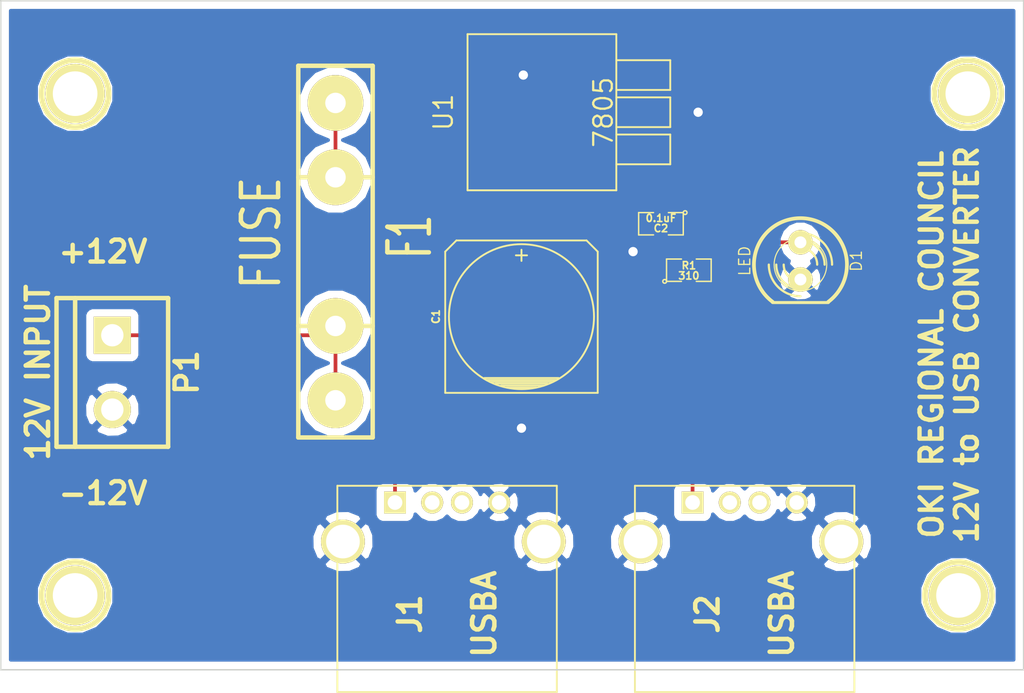
<source format=kicad_pcb>
(kicad_pcb (version 3) (host pcbnew "(2013-07-07 BZR 4022)-stable")

  (general
    (links 21)
    (no_connects 0)
    (area 52.019999 22.809999 125.780001 71.170001)
    (thickness 1.6)
    (drawings 7)
    (tracks 36)
    (zones 0)
    (modules 13)
    (nets 6)
  )

  (page A3)
  (layers
    (15 F.Cu signal)
    (0 B.Cu signal)
    (16 B.Adhes user)
    (17 F.Adhes user)
    (18 B.Paste user)
    (19 F.Paste user)
    (20 B.SilkS user)
    (21 F.SilkS user)
    (22 B.Mask user)
    (23 F.Mask user)
    (24 Dwgs.User user)
    (25 Cmts.User user)
    (26 Eco1.User user)
    (27 Eco2.User user)
    (28 Edge.Cuts user)
  )

  (setup
    (last_trace_width 0.254)
    (trace_clearance 0.254)
    (zone_clearance 0.508)
    (zone_45_only no)
    (trace_min 0.254)
    (segment_width 0.2)
    (edge_width 0.1)
    (via_size 0.889)
    (via_drill 0.635)
    (via_min_size 0.889)
    (via_min_drill 0.508)
    (uvia_size 0.508)
    (uvia_drill 0.127)
    (uvias_allowed no)
    (uvia_min_size 0.508)
    (uvia_min_drill 0.127)
    (pcb_text_width 0.3)
    (pcb_text_size 1.5 1.5)
    (mod_edge_width 0.15)
    (mod_text_size 1 1)
    (mod_text_width 0.15)
    (pad_size 4.064 4.064)
    (pad_drill 3.048)
    (pad_to_mask_clearance 0)
    (aux_axis_origin 50.8 72.39)
    (visible_elements FFFFFFBF)
    (pcbplotparams
      (layerselection 284196865)
      (usegerberextensions true)
      (excludeedgelayer true)
      (linewidth 0.150000)
      (plotframeref false)
      (viasonmask false)
      (mode 1)
      (useauxorigin false)
      (hpglpennumber 1)
      (hpglpenspeed 20)
      (hpglpendiameter 15)
      (hpglpenoverlay 2)
      (psnegative false)
      (psa4output false)
      (plotreference true)
      (plotvalue true)
      (plotothertext true)
      (plotinvisibletext false)
      (padsonsilk false)
      (subtractmaskfromsilk false)
      (outputformat 1)
      (mirror false)
      (drillshape 0)
      (scaleselection 1)
      (outputdirectory gerbers/))
  )

  (net 0 "")
  (net 1 +12V)
  (net 2 GND)
  (net 3 N-000006)
  (net 4 N-000007)
  (net 5 N-000009)

  (net_class Default "This is the default net class."
    (clearance 0.254)
    (trace_width 0.254)
    (via_dia 0.889)
    (via_drill 0.635)
    (uvia_dia 0.508)
    (uvia_drill 0.127)
    (add_net "")
    (add_net +12V)
    (add_net GND)
    (add_net N-000006)
    (add_net N-000007)
    (add_net N-000009)
  )

  (module USB_A (layer F.Cu) (tedit 5755B696) (tstamp 5755960E)
    (at 82.55 59.69 270)
    (path /57488432)
    (fp_text reference J1 (at 7.62 2.54 270) (layer F.SilkS)
      (effects (font (size 1.524 1.524) (thickness 0.3048)))
    )
    (fp_text value USBA (at 7.62 -2.54 270) (layer F.SilkS)
      (effects (font (size 1.524 1.524) (thickness 0.3048)))
    )
    (fp_line (start -1.143 -7.493) (end 12.954 -7.493) (layer F.SilkS) (width 0.127))
    (fp_line (start 12.954 7.493) (end -1.143 7.493) (layer F.SilkS) (width 0.127))
    (fp_line (start -1.143 -7.493) (end -1.143 7.493) (layer F.SilkS) (width 0.127))
    (fp_line (start 12.954 -7.493) (end 12.954 7.493) (layer F.SilkS) (width 0.127))
    (pad 4 thru_hole circle (at 0 -3.556 270) (size 1.50114 1.50114) (drill 1.00076)
      (layers *.Cu *.Mask F.SilkS)
      (net 2 GND)
    )
    (pad 3 thru_hole circle (at 0 -1.016 270) (size 1.50114 1.50114) (drill 1.00076)
      (layers *.Cu *.Mask F.SilkS)
    )
    (pad 2 thru_hole circle (at 0 1.016 270) (size 1.50114 1.50114) (drill 1.00076)
      (layers *.Cu *.Mask F.SilkS)
    )
    (pad 1 thru_hole rect (at 0 3.556 270) (size 1.50114 1.50114) (drill 1.00076)
      (layers *.Cu *.Mask F.SilkS)
      (net 4 N-000007)
    )
    (pad 5 thru_hole circle (at 2.667 -6.604 270) (size 2.99974 2.99974) (drill 2.30124)
      (layers *.Cu *.Mask F.SilkS)
      (net 2 GND)
    )
    (pad 6 thru_hole circle (at 2.667 7.112 270) (size 2.99974 2.99974) (drill 2.30124)
      (layers *.Cu *.Mask F.SilkS)
      (net 2 GND)
    )
    (model connectors/usb_a_through_hole.wrl
      (at (xyz 0 0 0))
      (scale (xyz 1 1 1))
      (rotate (xyz 0 0 0))
    )
  )

  (module USB_A (layer F.Cu) (tedit 5755B6A1) (tstamp 5755961C)
    (at 102.87 59.69 270)
    (path /57558934)
    (fp_text reference J2 (at 7.62 2.54 270) (layer F.SilkS)
      (effects (font (size 1.524 1.524) (thickness 0.3048)))
    )
    (fp_text value USBA (at 7.62 -2.54 270) (layer F.SilkS)
      (effects (font (size 1.524 1.524) (thickness 0.3048)))
    )
    (fp_line (start -1.143 -7.493) (end 12.954 -7.493) (layer F.SilkS) (width 0.127))
    (fp_line (start 12.954 7.493) (end -1.143 7.493) (layer F.SilkS) (width 0.127))
    (fp_line (start -1.143 -7.493) (end -1.143 7.493) (layer F.SilkS) (width 0.127))
    (fp_line (start 12.954 -7.493) (end 12.954 7.493) (layer F.SilkS) (width 0.127))
    (pad 4 thru_hole circle (at 0 -3.556 270) (size 1.50114 1.50114) (drill 1.00076)
      (layers *.Cu *.Mask F.SilkS)
      (net 2 GND)
    )
    (pad 3 thru_hole circle (at 0 -1.016 270) (size 1.50114 1.50114) (drill 1.00076)
      (layers *.Cu *.Mask F.SilkS)
    )
    (pad 2 thru_hole circle (at 0 1.016 270) (size 1.50114 1.50114) (drill 1.00076)
      (layers *.Cu *.Mask F.SilkS)
    )
    (pad 1 thru_hole rect (at 0 3.556 270) (size 1.50114 1.50114) (drill 1.00076)
      (layers *.Cu *.Mask F.SilkS)
      (net 4 N-000007)
    )
    (pad 5 thru_hole circle (at 2.667 -6.604 270) (size 2.99974 2.99974) (drill 2.30124)
      (layers *.Cu *.Mask F.SilkS)
      (net 2 GND)
    )
    (pad 6 thru_hole circle (at 2.667 7.112 270) (size 2.99974 2.99974) (drill 2.30124)
      (layers *.Cu *.Mask F.SilkS)
      (net 2 GND)
    )
    (model connectors/usb_a_through_hole.wrl
      (at (xyz 0 0 0))
      (scale (xyz 1 1 1))
      (rotate (xyz 0 0 0))
    )
  )

  (module SM0805 (layer F.Cu) (tedit 5091495C) (tstamp 57559629)
    (at 99.06 43.815)
    (path /57472B1C)
    (attr smd)
    (fp_text reference R1 (at 0 -0.3175) (layer F.SilkS)
      (effects (font (size 0.50038 0.50038) (thickness 0.10922)))
    )
    (fp_text value 310 (at 0 0.381) (layer F.SilkS)
      (effects (font (size 0.50038 0.50038) (thickness 0.10922)))
    )
    (fp_circle (center -1.651 0.762) (end -1.651 0.635) (layer F.SilkS) (width 0.09906))
    (fp_line (start -0.508 0.762) (end -1.524 0.762) (layer F.SilkS) (width 0.09906))
    (fp_line (start -1.524 0.762) (end -1.524 -0.762) (layer F.SilkS) (width 0.09906))
    (fp_line (start -1.524 -0.762) (end -0.508 -0.762) (layer F.SilkS) (width 0.09906))
    (fp_line (start 0.508 -0.762) (end 1.524 -0.762) (layer F.SilkS) (width 0.09906))
    (fp_line (start 1.524 -0.762) (end 1.524 0.762) (layer F.SilkS) (width 0.09906))
    (fp_line (start 1.524 0.762) (end 0.508 0.762) (layer F.SilkS) (width 0.09906))
    (pad 1 smd rect (at -0.9525 0) (size 0.889 1.397)
      (layers F.Cu F.Paste F.Mask)
      (net 4 N-000007)
    )
    (pad 2 smd rect (at 0.9525 0) (size 0.889 1.397)
      (layers F.Cu F.Paste F.Mask)
      (net 3 N-000006)
    )
    (model smd/chip_cms.wrl
      (at (xyz 0 0 0))
      (scale (xyz 0.1 0.1 0.1))
      (rotate (xyz 0 0 0))
    )
  )

  (module SM0805 (layer F.Cu) (tedit 5091495C) (tstamp 57559815)
    (at 97.155 40.64 180)
    (path /57558CDB)
    (attr smd)
    (fp_text reference C2 (at 0 -0.3175 180) (layer F.SilkS)
      (effects (font (size 0.50038 0.50038) (thickness 0.10922)))
    )
    (fp_text value 0.1uF (at 0 0.381 180) (layer F.SilkS)
      (effects (font (size 0.50038 0.50038) (thickness 0.10922)))
    )
    (fp_circle (center -1.651 0.762) (end -1.651 0.635) (layer F.SilkS) (width 0.09906))
    (fp_line (start -0.508 0.762) (end -1.524 0.762) (layer F.SilkS) (width 0.09906))
    (fp_line (start -1.524 0.762) (end -1.524 -0.762) (layer F.SilkS) (width 0.09906))
    (fp_line (start -1.524 -0.762) (end -0.508 -0.762) (layer F.SilkS) (width 0.09906))
    (fp_line (start 0.508 -0.762) (end 1.524 -0.762) (layer F.SilkS) (width 0.09906))
    (fp_line (start 1.524 -0.762) (end 1.524 0.762) (layer F.SilkS) (width 0.09906))
    (fp_line (start 1.524 0.762) (end 0.508 0.762) (layer F.SilkS) (width 0.09906))
    (pad 1 smd rect (at -0.9525 0 180) (size 0.889 1.397)
      (layers F.Cu F.Paste F.Mask)
      (net 4 N-000007)
    )
    (pad 2 smd rect (at 0.9525 0 180) (size 0.889 1.397)
      (layers F.Cu F.Paste F.Mask)
      (net 2 GND)
    )
    (model smd/chip_cms.wrl
      (at (xyz 0 0 0))
      (scale (xyz 0.1 0.1 0.1))
      (rotate (xyz 0 0 0))
    )
  )

  (module LED-5MM (layer F.Cu) (tedit 50ADE86B) (tstamp 57559645)
    (at 106.68 43.18 270)
    (descr "LED 5mm - Lead pitch 100mil (2,54mm)")
    (tags "LED led 5mm 5MM 100mil 2,54mm")
    (path /57472B30)
    (fp_text reference D1 (at 0 -3.81 270) (layer F.SilkS)
      (effects (font (size 0.762 0.762) (thickness 0.0889)))
    )
    (fp_text value LED (at 0 3.81 270) (layer F.SilkS)
      (effects (font (size 0.762 0.762) (thickness 0.0889)))
    )
    (fp_line (start 2.8448 1.905) (end 2.8448 -1.905) (layer F.SilkS) (width 0.2032))
    (fp_circle (center 0.254 0) (end -1.016 1.27) (layer F.SilkS) (width 0.0762))
    (fp_arc (start 0.254 0) (end 2.794 1.905) (angle 286.2) (layer F.SilkS) (width 0.254))
    (fp_arc (start 0.254 0) (end -0.889 0) (angle 90) (layer F.SilkS) (width 0.1524))
    (fp_arc (start 0.254 0) (end 1.397 0) (angle 90) (layer F.SilkS) (width 0.1524))
    (fp_arc (start 0.254 0) (end -1.397 0) (angle 90) (layer F.SilkS) (width 0.1524))
    (fp_arc (start 0.254 0) (end 1.905 0) (angle 90) (layer F.SilkS) (width 0.1524))
    (fp_arc (start 0.254 0) (end -1.905 0) (angle 90) (layer F.SilkS) (width 0.1524))
    (fp_arc (start 0.254 0) (end 2.413 0) (angle 90) (layer F.SilkS) (width 0.1524))
    (pad 1 thru_hole circle (at -1.27 0 270) (size 1.6764 1.6764) (drill 0.8128)
      (layers *.Cu *.Mask F.SilkS)
      (net 3 N-000006)
    )
    (pad 2 thru_hole circle (at 1.27 0 270) (size 1.6764 1.6764) (drill 0.8128)
      (layers *.Cu *.Mask F.SilkS)
      (net 2 GND)
    )
    (model discret/leds/led5_vertical_verde.wrl
      (at (xyz 0 0 0))
      (scale (xyz 1 1 1))
      (rotate (xyz 0 0 0))
    )
  )

  (module FUSE5-20 (layer F.Cu) (tedit 40C496F0) (tstamp 57559653)
    (at 74.93 42.545 90)
    (descr "Support fusible 5 x 20")
    (tags DEV)
    (path /57472AC7)
    (fp_text reference F1 (at 1.016 5.08 90) (layer F.SilkS)
      (effects (font (size 2.83464 1.59512) (thickness 0.3048)))
    )
    (fp_text value FUSE (at 1.27 -5.08 90) (layer F.SilkS)
      (effects (font (size 2.54 2.032) (thickness 0.3048)))
    )
    (fp_line (start -12.7 -2.54) (end 12.7 -2.54) (layer F.SilkS) (width 0.3048))
    (fp_line (start 12.7 -2.54) (end 12.7 2.54) (layer F.SilkS) (width 0.3048))
    (fp_line (start 12.7 2.54) (end -12.7 2.54) (layer F.SilkS) (width 0.3048))
    (fp_line (start -12.7 2.54) (end -12.7 -2.54) (layer F.SilkS) (width 0.3048))
    (fp_line (start -5.08 -2.54) (end -5.08 2.54) (layer F.SilkS) (width 0.3048))
    (fp_line (start 5.08 -2.54) (end 5.08 2.54) (layer F.SilkS) (width 0.3048))
    (pad 1 thru_hole circle (at -10.16 0 90) (size 3.81 3.81) (drill 1.397)
      (layers *.Cu *.Mask F.SilkS)
      (net 1 +12V)
    )
    (pad 1 thru_hole circle (at -5.08 0 90) (size 3.81 3.81) (drill 1.397)
      (layers *.Cu *.Mask F.SilkS)
      (net 1 +12V)
    )
    (pad 2 thru_hole circle (at 5.08 0 90) (size 3.81 3.81) (drill 1.397)
      (layers *.Cu *.Mask F.SilkS)
      (net 5 N-000009)
    )
    (pad 2 thru_hole circle (at 10.16 0 90) (size 3.81 3.81) (drill 1.397)
      (layers *.Cu *.Mask F.SilkS)
      (net 5 N-000009)
    )
  )

  (module DPAK3 (layer F.Cu) (tedit 42808881) (tstamp 57559668)
    (at 96.52 33.02 90)
    (tags "CMS DPACK")
    (path /57472B07)
    (fp_text reference U1 (at 0 -14.224 90) (layer F.SilkS)
      (effects (font (size 1.27 1.27) (thickness 0.1524)))
    )
    (fp_text value 7805 (at 0 -3.302 90) (layer F.SilkS)
      (effects (font (size 1.27 1.27) (thickness 0.1524)))
    )
    (fp_line (start 1.524 -2.413) (end 1.524 1.27) (layer F.SilkS) (width 0.127))
    (fp_line (start 1.524 1.27) (end 3.556 1.27) (layer F.SilkS) (width 0.127))
    (fp_line (start 3.556 1.27) (end 3.556 -2.413) (layer F.SilkS) (width 0.127))
    (fp_line (start -1.016 -2.413) (end -1.016 1.27) (layer F.SilkS) (width 0.127))
    (fp_line (start -1.016 1.27) (end 1.016 1.27) (layer F.SilkS) (width 0.127))
    (fp_line (start 1.016 1.27) (end 1.016 -2.413) (layer F.SilkS) (width 0.127))
    (fp_line (start -3.556 -2.413) (end -3.556 1.27) (layer F.SilkS) (width 0.127))
    (fp_line (start -3.556 1.27) (end -1.524 1.27) (layer F.SilkS) (width 0.127))
    (fp_line (start -1.524 1.27) (end -1.524 -2.413) (layer F.SilkS) (width 0.127))
    (fp_line (start -5.334 -2.413) (end 5.334 -2.413) (layer F.SilkS) (width 0.127))
    (fp_line (start 5.334 -2.413) (end 5.334 -12.573) (layer F.SilkS) (width 0.127))
    (fp_line (start 5.334 -12.573) (end -5.334 -12.573) (layer F.SilkS) (width 0.127))
    (fp_line (start -5.334 -12.573) (end -5.334 -2.413) (layer F.SilkS) (width 0.127))
    (pad 2 smd rect (at 0 -8.763 90) (size 10.668 8.89)
      (layers F.Cu F.Paste F.Mask)
      (net 2 GND)
    )
    (pad 2 smd rect (at 0 0 90) (size 1.778 2.286)
      (layers F.Cu F.Paste F.Mask)
      (net 2 GND)
    )
    (pad 1 smd rect (at -2.54 0 90) (size 1.778 2.286)
      (layers F.Cu F.Paste F.Mask)
      (net 5 N-000009)
    )
    (pad 3 smd rect (at 2.54 0 90) (size 1.778 2.286)
      (layers F.Cu F.Paste F.Mask)
      (net 4 N-000007)
    )
    (model smd/dpack_3.wrl
      (at (xyz 0 0 0))
      (scale (xyz 1 1 1))
      (rotate (xyz 0 0 0))
    )
  )

  (module c_elec_10x10 (layer F.Cu) (tedit 49F5D23B) (tstamp 5755967D)
    (at 87.63 46.99 90)
    (descr "SMT capacitor, aluminium electrolytic, 10x10")
    (path /57472AD6)
    (fp_text reference C1 (at 0 -5.842 90) (layer F.SilkS)
      (effects (font (size 0.50038 0.50038) (thickness 0.11938)))
    )
    (fp_text value 470uF (at 0 5.842 90) (layer F.SilkS) hide
      (effects (font (size 0.50038 0.50038) (thickness 0.11938)))
    )
    (fp_line (start -4.826 1.016) (end -4.826 -1.016) (layer F.SilkS) (width 0.127))
    (fp_line (start -4.699 -1.397) (end -4.699 1.524) (layer F.SilkS) (width 0.127))
    (fp_line (start -4.572 1.778) (end -4.572 -1.778) (layer F.SilkS) (width 0.127))
    (fp_line (start -4.445 -2.159) (end -4.445 2.159) (layer F.SilkS) (width 0.127))
    (fp_line (start -4.318 2.413) (end -4.318 -2.413) (layer F.SilkS) (width 0.127))
    (fp_line (start -4.191 -2.54) (end -4.191 2.54) (layer F.SilkS) (width 0.127))
    (fp_circle (center 0 0) (end 4.953 0) (layer F.SilkS) (width 0.127))
    (fp_line (start -5.207 -5.207) (end -5.207 5.207) (layer F.SilkS) (width 0.127))
    (fp_line (start -5.207 5.207) (end 4.445 5.207) (layer F.SilkS) (width 0.127))
    (fp_line (start 4.445 5.207) (end 5.207 4.445) (layer F.SilkS) (width 0.127))
    (fp_line (start 5.207 4.445) (end 5.207 -4.445) (layer F.SilkS) (width 0.127))
    (fp_line (start 5.207 -4.445) (end 4.445 -5.207) (layer F.SilkS) (width 0.127))
    (fp_line (start 4.445 -5.207) (end -5.207 -5.207) (layer F.SilkS) (width 0.127))
    (fp_line (start 4.572 0) (end 3.81 0) (layer F.SilkS) (width 0.127))
    (fp_line (start 4.191 -0.381) (end 4.191 0.381) (layer F.SilkS) (width 0.127))
    (pad 1 smd rect (at 4.0005 0 90) (size 4.0005 2.4003)
      (layers F.Cu F.Paste F.Mask)
      (net 5 N-000009)
    )
    (pad 2 smd rect (at -4.0005 0 90) (size 4.0005 2.4003)
      (layers F.Cu F.Paste F.Mask)
      (net 2 GND)
    )
    (model smd/capacitors/c_elec_10x10.wrl
      (at (xyz 0 0 0))
      (scale (xyz 1 1 1))
      (rotate (xyz 0 0 0))
    )
  )

  (module bornier2 (layer F.Cu) (tedit 5755C386) (tstamp 57559688)
    (at 59.69 50.8 270)
    (descr "Bornier d'alimentation 2 pins")
    (tags DEV)
    (path /57472BA1)
    (fp_text reference P1 (at 0 -5.08 270) (layer F.SilkS)
      (effects (font (size 1.524 1.524) (thickness 0.3048)))
    )
    (fp_text value "12V INPUT" (at 0 5.08 270) (layer F.SilkS)
      (effects (font (size 1.524 1.524) (thickness 0.3048)))
    )
    (fp_line (start 5.08 2.54) (end -5.08 2.54) (layer F.SilkS) (width 0.3048))
    (fp_line (start 5.08 3.81) (end 5.08 -3.81) (layer F.SilkS) (width 0.3048))
    (fp_line (start 5.08 -3.81) (end -5.08 -3.81) (layer F.SilkS) (width 0.3048))
    (fp_line (start -5.08 -3.81) (end -5.08 3.81) (layer F.SilkS) (width 0.3048))
    (fp_line (start -5.08 3.81) (end 5.08 3.81) (layer F.SilkS) (width 0.3048))
    (pad 1 thru_hole rect (at -2.54 0 270) (size 2.54 2.54) (drill 1.524)
      (layers *.Cu *.Mask F.SilkS)
      (net 1 +12V)
    )
    (pad 2 thru_hole circle (at 2.54 0 270) (size 2.54 2.54) (drill 1.524)
      (layers *.Cu *.Mask F.SilkS)
      (net 2 GND)
    )
    (model device/bornier_2.wrl
      (at (xyz 0 0 0))
      (scale (xyz 1 1 1))
      (rotate (xyz 0 0 0))
    )
  )

  (module 1pin (layer F.Cu) (tedit 5755C0EB) (tstamp 57562D32)
    (at 57.15 66.04)
    (descr "module 1 pin (ou trou mecanique de percage)")
    (tags DEV)
    (path 1pin)
    (fp_text reference "" (at 0 -3.048) (layer F.SilkS)
      (effects (font (size 1.016 1.016) (thickness 0.254)))
    )
    (fp_text value P*** (at 0 2.794) (layer F.SilkS) hide
      (effects (font (size 1.016 1.016) (thickness 0.254)))
    )
    (fp_circle (center 0 0) (end 0 -2.286) (layer F.SilkS) (width 0.381))
    (pad 1 thru_hole circle (at 0 0) (size 4.064 4.064) (drill 3.048)
      (layers *.Cu *.Mask F.SilkS)
    )
  )

  (module 1pin (layer F.Cu) (tedit 5755C1F3) (tstamp 57562D55)
    (at 57.15 31.75)
    (descr "module 1 pin (ou trou mecanique de percage)")
    (tags DEV)
    (path 1pin)
    (fp_text reference "" (at 0 -3.048) (layer F.SilkS)
      (effects (font (size 1.016 1.016) (thickness 0.254)))
    )
    (fp_text value P*** (at 0 2.794) (layer F.SilkS) hide
      (effects (font (size 1.016 1.016) (thickness 0.254)))
    )
    (fp_circle (center 0 0) (end 0 -2.286) (layer F.SilkS) (width 0.381))
    (pad 1 thru_hole circle (at 0 0) (size 4.064 4.064) (drill 3.048)
      (layers *.Cu *.Mask F.SilkS)
    )
  )

  (module 1pin (layer F.Cu) (tedit 5755C1F7) (tstamp 57562D60)
    (at 118.11 31.75)
    (descr "module 1 pin (ou trou mecanique de percage)")
    (tags DEV)
    (path 1pin)
    (fp_text reference "" (at 0 -3.048) (layer F.SilkS)
      (effects (font (size 1.016 1.016) (thickness 0.254)))
    )
    (fp_text value P*** (at 0 2.794) (layer F.SilkS) hide
      (effects (font (size 1.016 1.016) (thickness 0.254)))
    )
    (fp_circle (center 0 0) (end 0 -2.286) (layer F.SilkS) (width 0.381))
    (pad 1 thru_hole circle (at 0 0) (size 4.064 4.064) (drill 3.048)
      (layers *.Cu *.Mask F.SilkS)
    )
  )

  (module 1pin (layer F.Cu) (tedit 5755C26E) (tstamp 57562E29)
    (at 117.475 66.04)
    (descr "module 1 pin (ou trou mecanique de percage)")
    (tags DEV)
    (path 1pin)
    (fp_text reference "" (at 0 -3.048) (layer F.SilkS)
      (effects (font (size 1.016 1.016) (thickness 0.254)))
    )
    (fp_text value P*** (at 0 2.794) (layer F.SilkS) hide
      (effects (font (size 1.016 1.016) (thickness 0.254)))
    )
    (fp_circle (center 0 0) (end 0 -2.286) (layer F.SilkS) (width 0.381))
    (pad 1 thru_hole circle (at 0 0) (size 4.064 4.064) (drill 3.048)
      (layers *.Cu *.Mask F.SilkS)
    )
  )

  (gr_line (start 121.92 71.12) (end 52.07 71.12) (angle 90) (layer Edge.Cuts) (width 0.1))
  (gr_line (start 121.92 25.4) (end 121.92 71.12) (angle 90) (layer Edge.Cuts) (width 0.1))
  (gr_line (start 52.07 25.4) (end 52.07 71.12) (angle 90) (layer Edge.Cuts) (width 0.1))
  (gr_line (start 121.92 25.4) (end 52.07 25.4) (angle 90) (layer Edge.Cuts) (width 0.1))
  (gr_text -12V (at 59.055 59.055) (layer F.SilkS)
    (effects (font (size 1.5 1.5) (thickness 0.3)))
  )
  (gr_text +12V (at 59.055 42.545) (layer F.SilkS)
    (effects (font (size 1.5 1.5) (thickness 0.3)))
  )
  (gr_text "OKI REGIONAL COUNCIL\n12V to USB CONVERTER" (at 116.84 48.895 90) (layer F.SilkS)
    (effects (font (size 1.5 1.5) (thickness 0.3)))
  )

  (segment (start 74.93 47.625) (end 74.93 52.705) (width 0.254) (layer F.Cu) (net 1))
  (segment (start 59.69 48.26) (end 74.295 48.26) (width 0.254) (layer F.Cu) (net 1))
  (segment (start 74.295 48.26) (end 74.93 47.625) (width 0.254) (layer F.Cu) (net 1) (tstamp 5756B0F1))
  (segment (start 96.2025 40.64) (end 96.2025 41.5925) (width 0.254) (layer F.Cu) (net 2))
  (via (at 95.25 42.545) (size 0.889) (layers F.Cu B.Cu) (net 2))
  (segment (start 96.2025 41.5925) (end 95.25 42.545) (width 0.254) (layer F.Cu) (net 2) (tstamp 5756B124))
  (segment (start 96.52 33.02) (end 99.695 33.02) (width 0.254) (layer F.Cu) (net 2))
  (via (at 99.695 33.02) (size 0.889) (layers F.Cu B.Cu) (net 2))
  (via (at 87.757 30.48) (size 0.889) (layers F.Cu B.Cu) (net 2))
  (segment (start 87.757 30.48) (end 87.63 30.48) (width 0.254) (layer B.Cu) (net 2) (tstamp 57562E70))
  (segment (start 87.63 49.7205) (end 87.63 54.61) (width 0.254) (layer F.Cu) (net 2))
  (via (at 87.63 54.61) (size 0.889) (layers F.Cu B.Cu) (net 2))
  (segment (start 100.0125 43.815) (end 102.235 43.815) (width 0.254) (layer F.Cu) (net 3))
  (segment (start 104.14 41.91) (end 106.68 41.91) (width 0.254) (layer F.Cu) (net 3) (tstamp 5756B140))
  (segment (start 102.235 43.815) (end 104.14 41.91) (width 0.254) (layer F.Cu) (net 3) (tstamp 5756B13C))
  (segment (start 98.1075 43.815) (end 98.1075 56.1975) (width 0.254) (layer F.Cu) (net 4))
  (segment (start 98.1075 56.1975) (end 99.06 57.15) (width 0.254) (layer F.Cu) (net 4) (tstamp 5756B149))
  (segment (start 98.1075 40.64) (end 98.1075 43.815) (width 0.254) (layer F.Cu) (net 4))
  (segment (start 96.52 30.48) (end 100.965 30.48) (width 0.254) (layer F.Cu) (net 4))
  (segment (start 101.6 37.1475) (end 98.1075 40.64) (width 0.254) (layer F.Cu) (net 4) (tstamp 5756B133))
  (segment (start 101.6 31.115) (end 101.6 37.1475) (width 0.254) (layer F.Cu) (net 4) (tstamp 5756B131))
  (segment (start 100.965 30.48) (end 101.6 31.115) (width 0.254) (layer F.Cu) (net 4) (tstamp 5756B12E))
  (segment (start 99.314 57.15) (end 99.06 57.15) (width 0.254) (layer F.Cu) (net 4))
  (segment (start 99.314 57.15) (end 99.314 59.69) (width 0.254) (layer F.Cu) (net 4) (tstamp 57562E87))
  (segment (start 78.994 57.531) (end 79.375 57.15) (width 0.254) (layer F.Cu) (net 4) (tstamp 57562E7E))
  (segment (start 79.375 57.15) (end 99.06 57.15) (width 0.254) (layer F.Cu) (net 4) (tstamp 57562E7F) (status 2))
  (segment (start 78.994 57.531) (end 78.994 59.69) (width 0.254) (layer F.Cu) (net 4))
  (segment (start 87.63 40.005) (end 93.98 40.005) (width 0.254) (layer F.Cu) (net 5))
  (segment (start 96.52 37.465) (end 96.52 35.56) (width 0.254) (layer F.Cu) (net 5) (tstamp 5756B104))
  (segment (start 93.98 40.005) (end 96.52 37.465) (width 0.254) (layer F.Cu) (net 5) (tstamp 5756B102))
  (segment (start 74.93 37.465) (end 80.01 37.465) (width 0.254) (layer F.Cu) (net 5))
  (segment (start 87.63 40.005) (end 87.63 42.9895) (width 0.254) (layer F.Cu) (net 5) (tstamp 5756B0FD))
  (segment (start 82.55 40.005) (end 87.63 40.005) (width 0.254) (layer F.Cu) (net 5) (tstamp 5756B0FB))
  (segment (start 80.645 38.1) (end 82.55 40.005) (width 0.254) (layer F.Cu) (net 5) (tstamp 5756B0F9))
  (segment (start 80.01 37.465) (end 80.645 38.1) (width 0.254) (layer F.Cu) (net 5) (tstamp 5756B0F8))
  (segment (start 74.93 32.385) (end 74.93 37.465) (width 0.254) (layer F.Cu) (net 5))

  (zone (net 2) (net_name GND) (layer B.Cu) (tstamp 5756B15F) (hatch edge 0.508)
    (connect_pads (clearance 0.508))
    (min_thickness 0.254)
    (fill (arc_segments 16) (thermal_gap 0.508) (thermal_bridge_width 0.508))
    (polygon
      (pts
        (xy 52.07 25.4) (xy 121.92 25.4) (xy 121.92 71.12) (xy 52.07 71.12)
      )
    )
    (filled_polygon
      (pts
        (xy 121.235 70.435) (xy 120.777461 70.435) (xy 120.777461 31.221828) (xy 120.37229 30.24124) (xy 119.622706 29.490346)
        (xy 118.642826 29.083465) (xy 117.581828 29.082539) (xy 116.60124 29.48771) (xy 115.850346 30.237294) (xy 115.443465 31.217174)
        (xy 115.442539 32.278172) (xy 115.84771 33.25876) (xy 116.597294 34.009654) (xy 117.577174 34.416535) (xy 118.638172 34.417461)
        (xy 119.61876 34.01229) (xy 120.369654 33.262706) (xy 120.776535 32.282826) (xy 120.777461 31.221828) (xy 120.777461 70.435)
        (xy 120.142461 70.435) (xy 120.142461 65.511828) (xy 119.73729 64.53124) (xy 118.987706 63.780346) (xy 118.007826 63.373465)
        (xy 116.946828 63.372539) (xy 115.96624 63.77771) (xy 115.215346 64.527294) (xy 114.808465 65.507174) (xy 114.807539 66.568172)
        (xy 115.21271 67.54876) (xy 115.962294 68.299654) (xy 116.942174 68.706535) (xy 118.003172 68.707461) (xy 118.98376 68.30229)
        (xy 119.734654 67.552706) (xy 120.141535 66.572826) (xy 120.142461 65.511828) (xy 120.142461 70.435) (xy 111.616593 70.435)
        (xy 111.616593 62.740782) (xy 111.600365 61.891633) (xy 111.306631 61.182496) (xy 110.987875 61.02273) (xy 110.80827 61.202335)
        (xy 110.80827 60.843125) (xy 110.648504 60.524369) (xy 109.857782 60.214407) (xy 109.008633 60.230635) (xy 108.299496 60.524369)
        (xy 108.164976 60.792755) (xy 108.164976 44.675903) (xy 108.153454 44.422187) (xy 108.153454 41.618248) (xy 107.929646 41.07659)
        (xy 107.51559 40.661811) (xy 106.974323 40.437057) (xy 106.388248 40.436546) (xy 105.84659 40.660354) (xy 105.431811 41.07441)
        (xy 105.207057 41.615677) (xy 105.206546 42.201752) (xy 105.430354 42.74341) (xy 105.84441 43.158189) (xy 105.897996 43.18044)
        (xy 105.824193 43.414588) (xy 106.68 44.270395) (xy 107.535807 43.414588) (xy 107.462127 43.180835) (xy 107.51341 43.159646)
        (xy 107.928189 42.74559) (xy 108.152943 42.204323) (xy 108.153454 41.618248) (xy 108.153454 44.422187) (xy 108.138388 44.090432)
        (xy 107.96549 43.673018) (xy 107.715412 43.594193) (xy 106.859605 44.45) (xy 107.715412 45.305807) (xy 107.96549 45.226982)
        (xy 108.164976 44.675903) (xy 108.164976 60.792755) (xy 108.13973 60.843125) (xy 109.474 62.177395) (xy 110.80827 60.843125)
        (xy 110.80827 61.202335) (xy 109.653605 62.357) (xy 110.987875 63.69127) (xy 111.306631 63.531504) (xy 111.616593 62.740782)
        (xy 111.616593 70.435) (xy 110.80827 70.435) (xy 110.80827 63.870875) (xy 109.474 62.536605) (xy 109.294395 62.71621)
        (xy 109.294395 62.357) (xy 107.960125 61.02273) (xy 107.823765 61.091075) (xy 107.823765 59.894965) (xy 107.795803 59.344461)
        (xy 107.63893 58.965736) (xy 107.535807 58.936613) (xy 107.535807 45.485412) (xy 106.68 44.629605) (xy 106.500395 44.80921)
        (xy 106.500395 44.45) (xy 105.644588 43.594193) (xy 105.39451 43.673018) (xy 105.195024 44.224097) (xy 105.221612 44.809568)
        (xy 105.39451 45.226982) (xy 105.644588 45.305807) (xy 106.500395 44.45) (xy 106.500395 44.80921) (xy 105.824193 45.485412)
        (xy 105.903018 45.73549) (xy 106.454097 45.934976) (xy 107.039568 45.908388) (xy 107.456982 45.73549) (xy 107.535807 45.485412)
        (xy 107.535807 58.936613) (xy 107.39793 58.897676) (xy 107.218324 59.077281) (xy 107.218324 58.71807) (xy 107.150264 58.47707)
        (xy 106.630965 58.292235) (xy 106.080461 58.320197) (xy 105.701736 58.47707) (xy 105.633676 58.71807) (xy 106.426 59.510395)
        (xy 107.218324 58.71807) (xy 107.218324 59.077281) (xy 106.605605 59.69) (xy 107.39793 60.482324) (xy 107.63893 60.414264)
        (xy 107.823765 59.894965) (xy 107.823765 61.091075) (xy 107.641369 61.182496) (xy 107.331407 61.973218) (xy 107.347635 62.822367)
        (xy 107.641369 63.531504) (xy 107.960125 63.69127) (xy 109.294395 62.357) (xy 109.294395 62.71621) (xy 108.13973 63.870875)
        (xy 108.299496 64.189631) (xy 109.090218 64.499593) (xy 109.939367 64.483365) (xy 110.648504 64.189631) (xy 110.80827 63.870875)
        (xy 110.80827 70.435) (xy 107.218324 70.435) (xy 107.218324 60.66193) (xy 106.426 59.869605) (xy 106.246395 60.04921)
        (xy 106.246395 59.69) (xy 105.45407 58.897676) (xy 105.21307 58.965736) (xy 105.154231 59.131043) (xy 105.061313 58.906164)
        (xy 104.671887 58.516057) (xy 104.162816 58.304672) (xy 103.611602 58.304191) (xy 103.102164 58.514687) (xy 102.869936 58.746508)
        (xy 102.639887 58.516057) (xy 102.130816 58.304672) (xy 101.579602 58.304191) (xy 101.070164 58.514687) (xy 100.69968 58.884524)
        (xy 100.69968 58.813675) (xy 100.603211 58.580201) (xy 100.424738 58.401417) (xy 100.191434 58.304541) (xy 99.938815 58.30432)
        (xy 98.437675 58.30432) (xy 98.204201 58.400789) (xy 98.025417 58.579262) (xy 97.928541 58.812566) (xy 97.92832 59.065185)
        (xy 97.92832 60.566325) (xy 98.024789 60.799799) (xy 98.203262 60.978583) (xy 98.436566 61.075459) (xy 98.689185 61.07568)
        (xy 100.190325 61.07568) (xy 100.423799 60.979211) (xy 100.602583 60.800738) (xy 100.699459 60.567434) (xy 100.699522 60.494708)
        (xy 101.068113 60.863943) (xy 101.577184 61.075328) (xy 102.128398 61.075809) (xy 102.637836 60.865313) (xy 102.870063 60.633491)
        (xy 103.100113 60.863943) (xy 103.609184 61.075328) (xy 104.160398 61.075809) (xy 104.669836 60.865313) (xy 105.059943 60.475887)
        (xy 105.149379 60.2605) (xy 105.21307 60.414264) (xy 105.45407 60.482324) (xy 106.246395 59.69) (xy 106.246395 60.04921)
        (xy 105.633676 60.66193) (xy 105.701736 60.90293) (xy 106.221035 61.087765) (xy 106.771539 61.059803) (xy 107.150264 60.90293)
        (xy 107.218324 60.66193) (xy 107.218324 70.435) (xy 97.900593 70.435) (xy 97.900593 62.740782) (xy 97.884365 61.891633)
        (xy 97.590631 61.182496) (xy 97.271875 61.02273) (xy 97.09227 61.202335) (xy 97.09227 60.843125) (xy 96.932504 60.524369)
        (xy 96.141782 60.214407) (xy 95.292633 60.230635) (xy 94.583496 60.524369) (xy 94.42373 60.843125) (xy 95.758 62.177395)
        (xy 97.09227 60.843125) (xy 97.09227 61.202335) (xy 95.937605 62.357) (xy 97.271875 63.69127) (xy 97.590631 63.531504)
        (xy 97.900593 62.740782) (xy 97.900593 70.435) (xy 97.09227 70.435) (xy 97.09227 63.870875) (xy 95.758 62.536605)
        (xy 95.578395 62.71621) (xy 95.578395 62.357) (xy 94.244125 61.02273) (xy 93.925369 61.182496) (xy 93.615407 61.973218)
        (xy 93.631635 62.822367) (xy 93.925369 63.531504) (xy 94.244125 63.69127) (xy 95.578395 62.357) (xy 95.578395 62.71621)
        (xy 94.42373 63.870875) (xy 94.583496 64.189631) (xy 95.374218 64.499593) (xy 96.223367 64.483365) (xy 96.932504 64.189631)
        (xy 97.09227 63.870875) (xy 97.09227 70.435) (xy 91.296593 70.435) (xy 91.296593 62.740782) (xy 91.280365 61.891633)
        (xy 90.986631 61.182496) (xy 90.667875 61.02273) (xy 90.48827 61.202335) (xy 90.48827 60.843125) (xy 90.328504 60.524369)
        (xy 89.537782 60.214407) (xy 88.688633 60.230635) (xy 87.979496 60.524369) (xy 87.81973 60.843125) (xy 89.154 62.177395)
        (xy 90.48827 60.843125) (xy 90.48827 61.202335) (xy 89.333605 62.357) (xy 90.667875 63.69127) (xy 90.986631 63.531504)
        (xy 91.296593 62.740782) (xy 91.296593 70.435) (xy 90.48827 70.435) (xy 90.48827 63.870875) (xy 89.154 62.536605)
        (xy 88.974395 62.71621) (xy 88.974395 62.357) (xy 87.640125 61.02273) (xy 87.503765 61.091075) (xy 87.503765 59.894965)
        (xy 87.475803 59.344461) (xy 87.31893 58.965736) (xy 87.07793 58.897676) (xy 86.898324 59.077281) (xy 86.898324 58.71807)
        (xy 86.830264 58.47707) (xy 86.310965 58.292235) (xy 85.760461 58.320197) (xy 85.381736 58.47707) (xy 85.313676 58.71807)
        (xy 86.106 59.510395) (xy 86.898324 58.71807) (xy 86.898324 59.077281) (xy 86.285605 59.69) (xy 87.07793 60.482324)
        (xy 87.31893 60.414264) (xy 87.503765 59.894965) (xy 87.503765 61.091075) (xy 87.321369 61.182496) (xy 87.011407 61.973218)
        (xy 87.027635 62.822367) (xy 87.321369 63.531504) (xy 87.640125 63.69127) (xy 88.974395 62.357) (xy 88.974395 62.71621)
        (xy 87.81973 63.870875) (xy 87.979496 64.189631) (xy 88.770218 64.499593) (xy 89.619367 64.483365) (xy 90.328504 64.189631)
        (xy 90.48827 63.870875) (xy 90.48827 70.435) (xy 86.898324 70.435) (xy 86.898324 60.66193) (xy 86.106 59.869605)
        (xy 85.926395 60.04921) (xy 85.926395 59.69) (xy 85.13407 58.897676) (xy 84.89307 58.965736) (xy 84.834231 59.131043)
        (xy 84.741313 58.906164) (xy 84.351887 58.516057) (xy 83.842816 58.304672) (xy 83.291602 58.304191) (xy 82.782164 58.514687)
        (xy 82.549936 58.746508) (xy 82.319887 58.516057) (xy 81.810816 58.304672) (xy 81.259602 58.304191) (xy 80.750164 58.514687)
        (xy 80.37968 58.884524) (xy 80.37968 58.813675) (xy 80.283211 58.580201) (xy 80.104738 58.401417) (xy 79.871434 58.304541)
        (xy 79.618815 58.30432) (xy 78.117675 58.30432) (xy 77.884201 58.400789) (xy 77.705417 58.579262) (xy 77.608541 58.812566)
        (xy 77.60832 59.065185) (xy 77.60832 60.566325) (xy 77.704789 60.799799) (xy 77.883262 60.978583) (xy 78.116566 61.075459)
        (xy 78.369185 61.07568) (xy 79.870325 61.07568) (xy 80.103799 60.979211) (xy 80.282583 60.800738) (xy 80.379459 60.567434)
        (xy 80.379522 60.494708) (xy 80.748113 60.863943) (xy 81.257184 61.075328) (xy 81.808398 61.075809) (xy 82.317836 60.865313)
        (xy 82.550063 60.633491) (xy 82.780113 60.863943) (xy 83.289184 61.075328) (xy 83.840398 61.075809) (xy 84.349836 60.865313)
        (xy 84.739943 60.475887) (xy 84.829379 60.2605) (xy 84.89307 60.414264) (xy 85.13407 60.482324) (xy 85.926395 59.69)
        (xy 85.926395 60.04921) (xy 85.313676 60.66193) (xy 85.381736 60.90293) (xy 85.901035 61.087765) (xy 86.451539 61.059803)
        (xy 86.830264 60.90293) (xy 86.898324 60.66193) (xy 86.898324 70.435) (xy 77.580593 70.435) (xy 77.580593 62.740782)
        (xy 77.564365 61.891633) (xy 77.470439 61.664875) (xy 77.470439 52.201979) (xy 77.084562 51.268086) (xy 76.370673 50.552949)
        (xy 75.437454 50.165442) (xy 75.433023 50.165438) (xy 76.366914 49.779562) (xy 77.082051 49.065673) (xy 77.469558 48.132454)
        (xy 77.470439 47.121979) (xy 77.470439 36.961979) (xy 77.084562 36.028086) (xy 76.370673 35.312949) (xy 75.437454 34.925442)
        (xy 75.433023 34.925438) (xy 76.366914 34.539562) (xy 77.082051 33.825673) (xy 77.469558 32.892454) (xy 77.470439 31.881979)
        (xy 77.084562 30.948086) (xy 76.370673 30.232949) (xy 75.437454 29.845442) (xy 74.426979 29.844561) (xy 73.493086 30.230438)
        (xy 72.777949 30.944327) (xy 72.390442 31.877546) (xy 72.389561 32.888021) (xy 72.775438 33.821914) (xy 73.489327 34.537051)
        (xy 74.422546 34.924558) (xy 74.426976 34.924561) (xy 73.493086 35.310438) (xy 72.777949 36.024327) (xy 72.390442 36.957546)
        (xy 72.389561 37.968021) (xy 72.775438 38.901914) (xy 73.489327 39.617051) (xy 74.422546 40.004558) (xy 75.433021 40.005439)
        (xy 76.366914 39.619562) (xy 77.082051 38.905673) (xy 77.469558 37.972454) (xy 77.470439 36.961979) (xy 77.470439 47.121979)
        (xy 77.084562 46.188086) (xy 76.370673 45.472949) (xy 75.437454 45.085442) (xy 74.426979 45.084561) (xy 73.493086 45.470438)
        (xy 72.777949 46.184327) (xy 72.390442 47.117546) (xy 72.389561 48.128021) (xy 72.775438 49.061914) (xy 73.489327 49.777051)
        (xy 74.422546 50.164558) (xy 74.426976 50.164561) (xy 73.493086 50.550438) (xy 72.777949 51.264327) (xy 72.390442 52.197546)
        (xy 72.389561 53.208021) (xy 72.775438 54.141914) (xy 73.489327 54.857051) (xy 74.422546 55.244558) (xy 75.433021 55.245439)
        (xy 76.366914 54.859562) (xy 77.082051 54.145673) (xy 77.469558 53.212454) (xy 77.470439 52.201979) (xy 77.470439 61.664875)
        (xy 77.270631 61.182496) (xy 76.951875 61.02273) (xy 76.77227 61.202335) (xy 76.77227 60.843125) (xy 76.612504 60.524369)
        (xy 75.821782 60.214407) (xy 74.972633 60.230635) (xy 74.263496 60.524369) (xy 74.10373 60.843125) (xy 75.438 62.177395)
        (xy 76.77227 60.843125) (xy 76.77227 61.202335) (xy 75.617605 62.357) (xy 76.951875 63.69127) (xy 77.270631 63.531504)
        (xy 77.580593 62.740782) (xy 77.580593 70.435) (xy 76.77227 70.435) (xy 76.77227 63.870875) (xy 75.438 62.536605)
        (xy 75.258395 62.71621) (xy 75.258395 62.357) (xy 73.924125 61.02273) (xy 73.605369 61.182496) (xy 73.295407 61.973218)
        (xy 73.311635 62.822367) (xy 73.605369 63.531504) (xy 73.924125 63.69127) (xy 75.258395 62.357) (xy 75.258395 62.71621)
        (xy 74.10373 63.870875) (xy 74.263496 64.189631) (xy 75.054218 64.499593) (xy 75.903367 64.483365) (xy 76.612504 64.189631)
        (xy 76.77227 63.870875) (xy 76.77227 70.435) (xy 61.60426 70.435) (xy 61.60426 53.668964) (xy 61.59511 53.319304)
        (xy 61.59511 49.404245) (xy 61.59511 46.864245) (xy 61.498641 46.630771) (xy 61.320168 46.451987) (xy 61.086864 46.355111)
        (xy 60.834245 46.35489) (xy 59.817461 46.35489) (xy 59.817461 31.221828) (xy 59.41229 30.24124) (xy 58.662706 29.490346)
        (xy 57.682826 29.083465) (xy 56.621828 29.082539) (xy 55.64124 29.48771) (xy 54.890346 30.237294) (xy 54.483465 31.217174)
        (xy 54.482539 32.278172) (xy 54.88771 33.25876) (xy 55.637294 34.009654) (xy 56.617174 34.416535) (xy 57.678172 34.417461)
        (xy 58.65876 34.01229) (xy 59.409654 33.262706) (xy 59.816535 32.282826) (xy 59.817461 31.221828) (xy 59.817461 46.35489)
        (xy 58.294245 46.35489) (xy 58.060771 46.451359) (xy 57.881987 46.629832) (xy 57.785111 46.863136) (xy 57.78489 47.115755)
        (xy 57.78489 49.655755) (xy 57.881359 49.889229) (xy 58.059832 50.068013) (xy 58.293136 50.164889) (xy 58.545755 50.16511)
        (xy 61.085755 50.16511) (xy 61.319229 50.068641) (xy 61.498013 49.890168) (xy 61.594889 49.656864) (xy 61.59511 49.404245)
        (xy 61.59511 53.319304) (xy 61.584435 52.911368) (xy 61.332656 52.303521) (xy 61.037776 52.171829) (xy 60.858171 52.351434)
        (xy 60.858171 51.992224) (xy 60.726479 51.697344) (xy 60.018964 51.42574) (xy 59.261368 51.445565) (xy 58.653521 51.697344)
        (xy 58.521829 51.992224) (xy 59.69 53.160395) (xy 60.858171 51.992224) (xy 60.858171 52.351434) (xy 59.869605 53.34)
        (xy 61.037776 54.508171) (xy 61.332656 54.376479) (xy 61.60426 53.668964) (xy 61.60426 70.435) (xy 60.858171 70.435)
        (xy 60.858171 54.687776) (xy 59.69 53.519605) (xy 59.510395 53.69921) (xy 59.510395 53.34) (xy 58.342224 52.171829)
        (xy 58.047344 52.303521) (xy 57.77574 53.011036) (xy 57.795565 53.768632) (xy 58.047344 54.376479) (xy 58.342224 54.508171)
        (xy 59.510395 53.34) (xy 59.510395 53.69921) (xy 58.521829 54.687776) (xy 58.653521 54.982656) (xy 59.361036 55.25426)
        (xy 60.118632 55.234435) (xy 60.726479 54.982656) (xy 60.858171 54.687776) (xy 60.858171 70.435) (xy 59.817461 70.435)
        (xy 59.817461 65.511828) (xy 59.41229 64.53124) (xy 58.662706 63.780346) (xy 57.682826 63.373465) (xy 56.621828 63.372539)
        (xy 55.64124 63.77771) (xy 54.890346 64.527294) (xy 54.483465 65.507174) (xy 54.482539 66.568172) (xy 54.88771 67.54876)
        (xy 55.637294 68.299654) (xy 56.617174 68.706535) (xy 57.678172 68.707461) (xy 58.65876 68.30229) (xy 59.409654 67.552706)
        (xy 59.816535 66.572826) (xy 59.817461 65.511828) (xy 59.817461 70.435) (xy 52.755 70.435) (xy 52.755 26.085)
        (xy 121.235 26.085) (xy 121.235 70.435)
      )
    )
  )
)

</source>
